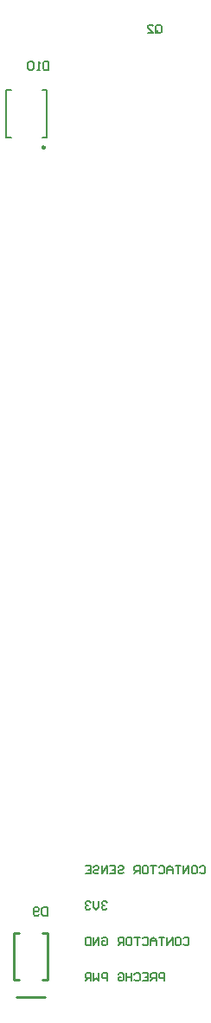
<source format=gbo>
G04*
G04 #@! TF.GenerationSoftware,Altium Limited,Altium Designer,18.1.9 (240)*
G04*
G04 Layer_Color=32896*
%FSLAX25Y25*%
%MOIN*%
G70*
G01*
G75*
%ADD10C,0.00984*%
%ADD11C,0.01000*%
%ADD14C,0.00787*%
%ADD15C,0.00591*%
D10*
X37028Y339447D02*
G03*
X37028Y339447I-492J0D01*
G01*
D11*
X24996Y36433D02*
X26996D01*
X35996D02*
X37996D01*
X24996Y18433D02*
X26996D01*
X24996D02*
Y36433D01*
X35996Y18433D02*
X37996D01*
Y36433D01*
X26205Y11811D02*
X37205D01*
D14*
X37795Y343307D02*
Y361417D01*
X22047Y343307D02*
Y361417D01*
X35945Y343307D02*
X37795D01*
X35945Y361417D02*
X37795D01*
X22047Y343307D02*
X23898D01*
X22047Y361417D02*
X23898D01*
D15*
X96710Y62073D02*
X97235Y62597D01*
X98285D01*
X98809Y62073D01*
Y59974D01*
X98285Y59449D01*
X97235D01*
X96710Y59974D01*
X94087Y62597D02*
X95136D01*
X95661Y62073D01*
Y59974D01*
X95136Y59449D01*
X94087D01*
X93562Y59974D01*
Y62073D01*
X94087Y62597D01*
X92512Y59449D02*
Y62597D01*
X90413Y59449D01*
Y62597D01*
X89364D02*
X87265D01*
X88314D01*
Y59449D01*
X86215D02*
Y61548D01*
X85166Y62597D01*
X84116Y61548D01*
Y59449D01*
Y61023D01*
X86215D01*
X80967Y62073D02*
X81492Y62597D01*
X82542D01*
X83066Y62073D01*
Y59974D01*
X82542Y59449D01*
X81492D01*
X80967Y59974D01*
X79918Y62597D02*
X77819D01*
X78868D01*
Y59449D01*
X75195Y62597D02*
X76245D01*
X76769Y62073D01*
Y59974D01*
X76245Y59449D01*
X75195D01*
X74670Y59974D01*
Y62073D01*
X75195Y62597D01*
X73621Y59449D02*
Y62597D01*
X72046D01*
X71522Y62073D01*
Y61023D01*
X72046Y60498D01*
X73621D01*
X72571D02*
X71522Y59449D01*
X65224Y62073D02*
X65749Y62597D01*
X66799D01*
X67324Y62073D01*
Y61548D01*
X66799Y61023D01*
X65749D01*
X65224Y60498D01*
Y59974D01*
X65749Y59449D01*
X66799D01*
X67324Y59974D01*
X62076Y62597D02*
X64175D01*
Y59449D01*
X62076D01*
X64175Y61023D02*
X63125D01*
X61026Y59449D02*
Y62597D01*
X58927Y59449D01*
Y62597D01*
X55779Y62073D02*
X56304Y62597D01*
X57353D01*
X57878Y62073D01*
Y61548D01*
X57353Y61023D01*
X56304D01*
X55779Y60498D01*
Y59974D01*
X56304Y59449D01*
X57353D01*
X57878Y59974D01*
X52630Y62597D02*
X54729D01*
Y59449D01*
X52630D01*
X54729Y61023D02*
X53680D01*
X61026Y48293D02*
X60502Y48818D01*
X59452D01*
X58927Y48293D01*
Y47768D01*
X59452Y47244D01*
X59977D01*
X59452D01*
X58927Y46719D01*
Y46194D01*
X59452Y45669D01*
X60502D01*
X61026Y46194D01*
X57878Y48818D02*
Y46719D01*
X56828Y45669D01*
X55779Y46719D01*
Y48818D01*
X54729Y48293D02*
X54204Y48818D01*
X53155D01*
X52630Y48293D01*
Y47768D01*
X53155Y47244D01*
X53680D01*
X53155D01*
X52630Y46719D01*
Y46194D01*
X53155Y45669D01*
X54204D01*
X54729Y46194D01*
X90413Y34514D02*
X90938Y35038D01*
X91988D01*
X92512Y34514D01*
Y32414D01*
X91988Y31890D01*
X90938D01*
X90413Y32414D01*
X87789Y35038D02*
X88839D01*
X89364Y34514D01*
Y32414D01*
X88839Y31890D01*
X87789D01*
X87265Y32414D01*
Y34514D01*
X87789Y35038D01*
X86215Y31890D02*
Y35038D01*
X84116Y31890D01*
Y35038D01*
X83066D02*
X80967D01*
X82017D01*
Y31890D01*
X79918D02*
Y33989D01*
X78868Y35038D01*
X77819Y33989D01*
Y31890D01*
Y33464D01*
X79918D01*
X74670Y34514D02*
X75195Y35038D01*
X76245D01*
X76769Y34514D01*
Y32414D01*
X76245Y31890D01*
X75195D01*
X74670Y32414D01*
X73621Y35038D02*
X71522D01*
X72571D01*
Y31890D01*
X68898Y35038D02*
X69947D01*
X70472Y34514D01*
Y32414D01*
X69947Y31890D01*
X68898D01*
X68373Y32414D01*
Y34514D01*
X68898Y35038D01*
X67324Y31890D02*
Y35038D01*
X65749D01*
X65224Y34514D01*
Y33464D01*
X65749Y32939D01*
X67324D01*
X66274D02*
X65224Y31890D01*
X58927Y34514D02*
X59452Y35038D01*
X60502D01*
X61026Y34514D01*
Y32414D01*
X60502Y31890D01*
X59452D01*
X58927Y32414D01*
Y33464D01*
X59977D01*
X57878Y31890D02*
Y35038D01*
X55779Y31890D01*
Y35038D01*
X54729D02*
Y31890D01*
X53155D01*
X52630Y32414D01*
Y34514D01*
X53155Y35038D01*
X54729D01*
X83066Y18110D02*
Y21259D01*
X81492D01*
X80967Y20734D01*
Y19684D01*
X81492Y19160D01*
X83066D01*
X79918Y18110D02*
Y21259D01*
X78344D01*
X77819Y20734D01*
Y19684D01*
X78344Y19160D01*
X79918D01*
X78868D02*
X77819Y18110D01*
X74670Y21259D02*
X76769D01*
Y18110D01*
X74670D01*
X76769Y19684D02*
X75720D01*
X71522Y20734D02*
X72046Y21259D01*
X73096D01*
X73621Y20734D01*
Y18635D01*
X73096Y18110D01*
X72046D01*
X71522Y18635D01*
X70472Y21259D02*
Y18110D01*
Y19684D01*
X68373D01*
Y21259D01*
Y18110D01*
X65224Y20734D02*
X65749Y21259D01*
X66799D01*
X67324Y20734D01*
Y18635D01*
X66799Y18110D01*
X65749D01*
X65224Y18635D01*
Y19684D01*
X66274D01*
X61026Y18110D02*
Y21259D01*
X59452D01*
X58927Y20734D01*
Y19684D01*
X59452Y19160D01*
X61026D01*
X57878Y21259D02*
Y18110D01*
X56828Y19160D01*
X55779Y18110D01*
Y21259D01*
X54729Y18110D02*
Y21259D01*
X53155D01*
X52630Y20734D01*
Y19684D01*
X53155Y19160D01*
X54729D01*
X53680D02*
X52630Y18110D01*
X38332Y372423D02*
Y369275D01*
X36758D01*
X36233Y369800D01*
Y371899D01*
X36758Y372423D01*
X38332D01*
X35184Y369275D02*
X34134D01*
X34659D01*
Y372423D01*
X35184Y371899D01*
X32560D02*
X32035Y372423D01*
X30986D01*
X30461Y371899D01*
Y369800D01*
X30986Y369275D01*
X32035D01*
X32560Y369800D01*
Y371899D01*
X79803Y384066D02*
Y386165D01*
X80328Y386689D01*
X81377D01*
X81902Y386165D01*
Y384066D01*
X81377Y383541D01*
X80328D01*
X80852Y384591D02*
X79803Y383541D01*
X80328D02*
X79803Y384066D01*
X76654Y383541D02*
X78753D01*
X76654Y385640D01*
Y386165D01*
X77179Y386689D01*
X78228D01*
X78753Y386165D01*
X37932Y46523D02*
Y43375D01*
X36358D01*
X35833Y43900D01*
Y45999D01*
X36358Y46523D01*
X37932D01*
X34784Y43900D02*
X34259Y43375D01*
X33209D01*
X32685Y43900D01*
Y45999D01*
X33209Y46523D01*
X34259D01*
X34784Y45999D01*
Y45474D01*
X34259Y44949D01*
X32685D01*
M02*

</source>
